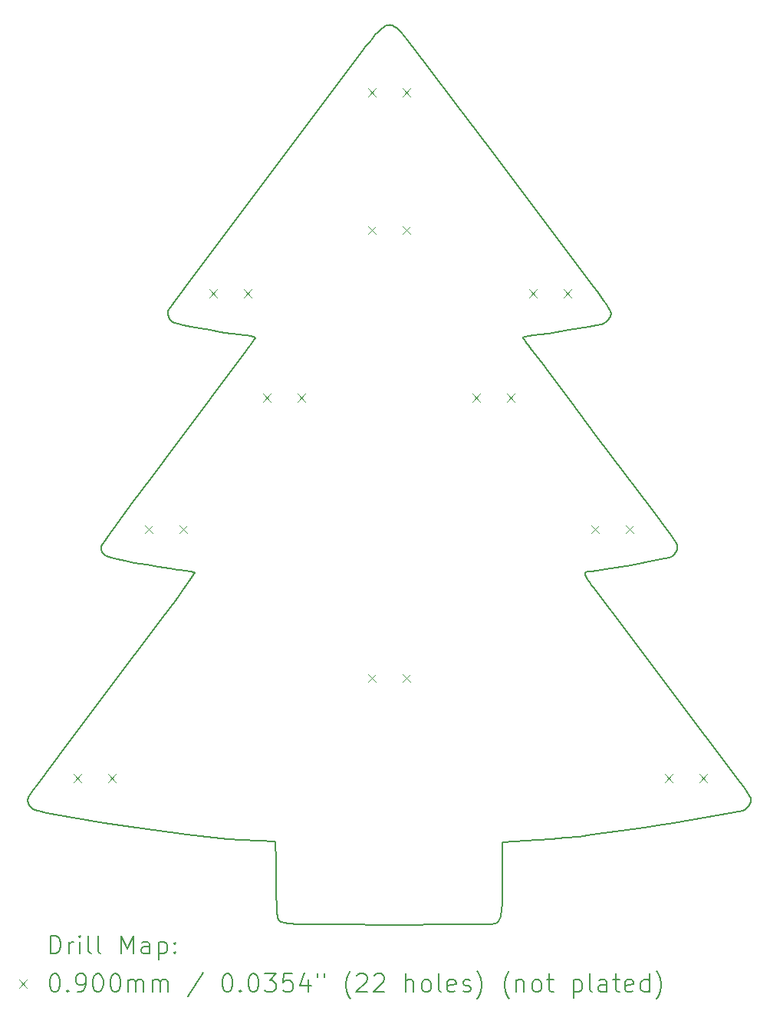
<source format=gbr>
%TF.GenerationSoftware,KiCad,Pcbnew,8.0.6*%
%TF.CreationDate,2024-11-27T01:20:37+01:00*%
%TF.ProjectId,christmas_soldering_kit_2024,63687269-7374-46d6-9173-5f736f6c6465,rev?*%
%TF.SameCoordinates,Original*%
%TF.FileFunction,Drillmap*%
%TF.FilePolarity,Positive*%
%FSLAX45Y45*%
G04 Gerber Fmt 4.5, Leading zero omitted, Abs format (unit mm)*
G04 Created by KiCad (PCBNEW 8.0.6) date 2024-11-27 01:20:37*
%MOMM*%
%LPD*%
G01*
G04 APERTURE LIST*
%ADD10C,0.180323*%
%ADD11C,0.200000*%
%ADD12C,0.100000*%
G04 APERTURE END LIST*
D10*
X15061775Y-4284526D02*
X15070828Y-4286032D01*
X15079896Y-4288479D01*
X15089024Y-4291838D01*
X15098257Y-4296082D01*
X15107641Y-4301182D01*
X15127044Y-4313837D01*
X15147597Y-4329578D01*
X15158352Y-4340874D01*
X15178542Y-4364812D01*
X15245147Y-4447908D01*
X15468711Y-4736042D01*
X15785041Y-5150702D01*
X16160888Y-5648606D01*
X17307839Y-7172816D01*
X17349104Y-7228005D01*
X17386220Y-7279215D01*
X17418770Y-7325803D01*
X17446340Y-7367128D01*
X17468513Y-7402548D01*
X17484872Y-7431422D01*
X17490743Y-7443203D01*
X17495003Y-7453108D01*
X17497603Y-7461055D01*
X17498490Y-7466964D01*
X17498339Y-7471365D01*
X17497872Y-7475844D01*
X17497099Y-7480388D01*
X17496031Y-7484986D01*
X17494678Y-7489627D01*
X17493050Y-7494299D01*
X17491157Y-7498992D01*
X17489010Y-7503694D01*
X17483993Y-7513079D01*
X17478080Y-7522364D01*
X17471353Y-7531459D01*
X17463893Y-7540273D01*
X17455783Y-7548715D01*
X17447103Y-7556696D01*
X17437935Y-7564123D01*
X17428361Y-7570908D01*
X17418462Y-7576960D01*
X17413417Y-7579682D01*
X17408321Y-7582187D01*
X17403184Y-7584463D01*
X17398018Y-7586500D01*
X17392831Y-7588285D01*
X17387635Y-7589807D01*
X17339640Y-7600115D01*
X17257641Y-7615233D01*
X17034326Y-7652961D01*
X16803073Y-7689113D01*
X16711152Y-7702262D01*
X16649265Y-7709813D01*
X16624892Y-7712409D01*
X16602155Y-7715309D01*
X16581549Y-7718413D01*
X16563575Y-7721626D01*
X16548728Y-7724850D01*
X16537507Y-7727986D01*
X16533412Y-7729491D01*
X16530410Y-7730938D01*
X16528563Y-7732314D01*
X16528092Y-7732972D01*
X16527933Y-7733608D01*
X16528057Y-7734390D01*
X16528423Y-7735483D01*
X16529862Y-7738568D01*
X16532201Y-7742791D01*
X16535391Y-7748084D01*
X16544131Y-7761600D01*
X16555696Y-7778555D01*
X16569697Y-7798394D01*
X16585748Y-7820557D01*
X16603460Y-7844488D01*
X16622445Y-7869627D01*
X16727808Y-8008807D01*
X16848411Y-8169419D01*
X17049143Y-8437037D01*
X17334284Y-8814274D01*
X17945590Y-9627581D01*
X18140782Y-9891589D01*
X18221782Y-10006044D01*
X18224090Y-10010853D01*
X18226028Y-10015815D01*
X18227600Y-10020913D01*
X18228816Y-10026132D01*
X18229682Y-10031458D01*
X18230205Y-10036875D01*
X18230394Y-10042369D01*
X18230254Y-10047923D01*
X18229794Y-10053523D01*
X18229021Y-10059154D01*
X18227941Y-10064800D01*
X18226563Y-10070447D01*
X18224894Y-10076079D01*
X18222940Y-10081681D01*
X18220710Y-10087238D01*
X18218211Y-10092735D01*
X18215449Y-10098157D01*
X18212432Y-10103488D01*
X18209168Y-10108713D01*
X18205663Y-10113817D01*
X18201926Y-10118785D01*
X18197963Y-10123603D01*
X18193782Y-10128254D01*
X18189389Y-10132723D01*
X18184793Y-10136996D01*
X18180000Y-10141057D01*
X18175019Y-10144892D01*
X18169855Y-10148484D01*
X18164517Y-10151819D01*
X18159011Y-10154882D01*
X18153346Y-10157657D01*
X18147528Y-10160130D01*
X18097267Y-10173013D01*
X17998913Y-10193321D01*
X17721184Y-10244966D01*
X17440859Y-10292564D01*
X17339259Y-10307815D01*
X17284454Y-10313617D01*
X17265723Y-10313984D01*
X17257350Y-10314408D01*
X17249648Y-10315030D01*
X17242622Y-10315880D01*
X17236281Y-10316987D01*
X17230629Y-10318382D01*
X17225673Y-10320092D01*
X17221420Y-10322148D01*
X17217876Y-10324579D01*
X17215047Y-10327414D01*
X17212941Y-10330683D01*
X17211562Y-10334414D01*
X17210919Y-10338638D01*
X17211017Y-10343383D01*
X17211862Y-10348679D01*
X17213462Y-10354555D01*
X17215822Y-10361041D01*
X17218949Y-10368166D01*
X17222849Y-10375959D01*
X17227529Y-10384450D01*
X17232995Y-10393668D01*
X17239254Y-10403642D01*
X17246311Y-10414402D01*
X17262850Y-10438396D01*
X17282661Y-10465884D01*
X17305797Y-10497103D01*
X17332308Y-10532285D01*
X17640721Y-10941471D01*
X18410006Y-11961396D01*
X18646700Y-12276106D01*
X18843247Y-12539990D01*
X18979173Y-12725381D01*
X19018006Y-12779995D01*
X19034005Y-12804609D01*
X19036009Y-12809606D01*
X19037666Y-12814692D01*
X19038980Y-12819856D01*
X19039958Y-12825087D01*
X19040605Y-12830374D01*
X19040927Y-12835706D01*
X19040930Y-12841073D01*
X19040621Y-12846462D01*
X19040004Y-12851864D01*
X19039085Y-12857267D01*
X19037871Y-12862660D01*
X19036367Y-12868033D01*
X19034579Y-12873374D01*
X19032514Y-12878672D01*
X19030176Y-12883916D01*
X19027571Y-12889096D01*
X19024706Y-12894200D01*
X19021587Y-12899218D01*
X19018218Y-12904138D01*
X19014606Y-12908949D01*
X19010758Y-12913640D01*
X19006678Y-12918202D01*
X19002372Y-12922621D01*
X18997847Y-12926888D01*
X18993108Y-12930991D01*
X18988161Y-12934920D01*
X18983012Y-12938664D01*
X18977666Y-12942211D01*
X18972130Y-12945550D01*
X18966410Y-12948671D01*
X18960511Y-12951563D01*
X18954439Y-12954214D01*
X18906843Y-12966775D01*
X18812510Y-12986260D01*
X18526660Y-13038504D01*
X18182955Y-13095952D01*
X18016303Y-13121941D01*
X17867461Y-13143608D01*
X17289471Y-13224326D01*
X17141639Y-13242402D01*
X16991664Y-13258414D01*
X16839141Y-13271751D01*
X16683666Y-13281803D01*
X16300248Y-13301828D01*
X16300248Y-13701130D01*
X16299628Y-13841337D01*
X16297335Y-13952065D01*
X16295358Y-13997536D01*
X16292719Y-14037031D01*
X16289336Y-14071016D01*
X16285129Y-14099956D01*
X16280015Y-14124314D01*
X16273914Y-14144556D01*
X16266744Y-14161147D01*
X16258424Y-14174552D01*
X16248873Y-14185235D01*
X16238010Y-14193662D01*
X16225752Y-14200297D01*
X16212019Y-14205606D01*
X16175807Y-14207695D01*
X16087151Y-14209645D01*
X15794615Y-14212954D01*
X15043366Y-14216011D01*
X14526581Y-14215285D01*
X14165059Y-14211410D01*
X14038246Y-14207495D01*
X13945118Y-14201836D01*
X13883965Y-14194116D01*
X13864845Y-14189384D01*
X13853077Y-14184016D01*
X13853081Y-14184016D01*
X13845034Y-14178282D01*
X13841388Y-14175475D01*
X13837980Y-14172599D01*
X13834802Y-14169569D01*
X13831844Y-14166302D01*
X13830444Y-14164555D01*
X13829096Y-14162717D01*
X13827799Y-14160778D01*
X13826550Y-14158728D01*
X13825349Y-14156558D01*
X13824196Y-14154255D01*
X13823087Y-14151810D01*
X13822024Y-14149213D01*
X13821003Y-14146453D01*
X13820025Y-14143519D01*
X13818190Y-14137091D01*
X13816510Y-14129846D01*
X13814975Y-14121699D01*
X13813575Y-14112570D01*
X13812302Y-14102373D01*
X13811146Y-14091027D01*
X13810098Y-14078447D01*
X13809148Y-14064553D01*
X13808287Y-14049259D01*
X13807505Y-14032483D01*
X13806794Y-14014143D01*
X13806143Y-13994154D01*
X13805544Y-13972435D01*
X13804463Y-13923471D01*
X13803476Y-13866587D01*
X13801482Y-13726400D01*
X13798492Y-13505716D01*
X13795716Y-13300777D01*
X13422920Y-13279645D01*
X13263960Y-13268833D01*
X13110933Y-13255168D01*
X12962758Y-13239204D01*
X12818351Y-13221498D01*
X12256749Y-13144355D01*
X11907390Y-13093471D01*
X11553080Y-13035057D01*
X11270158Y-12982415D01*
X11179323Y-12962417D01*
X11134961Y-12948850D01*
X11128803Y-12945353D01*
X11122888Y-12941724D01*
X11117219Y-12937967D01*
X11111797Y-12934087D01*
X11106626Y-12930092D01*
X11101707Y-12925985D01*
X11097044Y-12921773D01*
X11092637Y-12917461D01*
X11088491Y-12913055D01*
X11084607Y-12908561D01*
X11080988Y-12903983D01*
X11077636Y-12899328D01*
X11074553Y-12894601D01*
X11071742Y-12889807D01*
X11069205Y-12884953D01*
X11066945Y-12880043D01*
X11064964Y-12875084D01*
X11063264Y-12870081D01*
X11061848Y-12865039D01*
X11060718Y-12859964D01*
X11059877Y-12854862D01*
X11059327Y-12849738D01*
X11059070Y-12844598D01*
X11059109Y-12839447D01*
X11059446Y-12834291D01*
X11060083Y-12829136D01*
X11061024Y-12823986D01*
X11062270Y-12818848D01*
X11063824Y-12813728D01*
X11065687Y-12808630D01*
X11067864Y-12803560D01*
X11070355Y-12798524D01*
X11102048Y-12752295D01*
X11180205Y-12645148D01*
X11470473Y-12255358D01*
X11930294Y-11643662D01*
X12548800Y-10824569D01*
X12690231Y-10635277D01*
X12803949Y-10478697D01*
X12846795Y-10417758D01*
X12878367Y-10371098D01*
X12897219Y-10340751D01*
X12901421Y-10332330D01*
X12901900Y-10328750D01*
X12899569Y-10327576D01*
X12895527Y-10326215D01*
X12889869Y-10324684D01*
X12882693Y-10322999D01*
X12864172Y-10319233D01*
X12840738Y-10315048D01*
X12813163Y-10310577D01*
X12782222Y-10305949D01*
X12748687Y-10301296D01*
X12713332Y-10296751D01*
X12621790Y-10283971D01*
X12501600Y-10265120D01*
X12368369Y-10242736D01*
X12237701Y-10219359D01*
X12130271Y-10198698D01*
X12045487Y-10180302D01*
X12010785Y-10171591D01*
X11980783Y-10163011D01*
X11955160Y-10154418D01*
X11933595Y-10145665D01*
X11915768Y-10136610D01*
X11901358Y-10127106D01*
X11890044Y-10117008D01*
X11881507Y-10106173D01*
X11875425Y-10094454D01*
X11871477Y-10081706D01*
X11869344Y-10067786D01*
X11868704Y-10052548D01*
X11869846Y-10047978D01*
X11873325Y-10040437D01*
X11887610Y-10016018D01*
X11912187Y-9978438D01*
X11947687Y-9926844D01*
X12053976Y-9778199D01*
X12211514Y-9563258D01*
X12425342Y-9275194D01*
X12700499Y-8907184D01*
X13454956Y-7904017D01*
X13496596Y-7848097D01*
X13532091Y-7799165D01*
X13557679Y-7762494D01*
X13565583Y-7750404D01*
X13569599Y-7743356D01*
X13570061Y-7741972D01*
X13570208Y-7740605D01*
X13570034Y-7739252D01*
X13569536Y-7737914D01*
X13568710Y-7736589D01*
X13567553Y-7735275D01*
X13566059Y-7733973D01*
X13564226Y-7732680D01*
X13562050Y-7731397D01*
X13559526Y-7730122D01*
X13556650Y-7728853D01*
X13553419Y-7727591D01*
X13549829Y-7726333D01*
X13545875Y-7725080D01*
X13541555Y-7723829D01*
X13536863Y-7722581D01*
X13526350Y-7720085D01*
X13514306Y-7717586D01*
X13500699Y-7715074D01*
X13485498Y-7712542D01*
X13468670Y-7709981D01*
X13450186Y-7707384D01*
X13430013Y-7704743D01*
X13408120Y-7702049D01*
X13300276Y-7688141D01*
X13186633Y-7671727D01*
X13072506Y-7653745D01*
X12963208Y-7635139D01*
X12864057Y-7616847D01*
X12780366Y-7599812D01*
X12717451Y-7584973D01*
X12680628Y-7573272D01*
X12675519Y-7570858D01*
X12670559Y-7568244D01*
X12665753Y-7565440D01*
X12661104Y-7562452D01*
X12656616Y-7559289D01*
X12652293Y-7555958D01*
X12648140Y-7552468D01*
X12644159Y-7548825D01*
X12640357Y-7545039D01*
X12636735Y-7541117D01*
X12633299Y-7537066D01*
X12630052Y-7532896D01*
X12626998Y-7528613D01*
X12624142Y-7524225D01*
X12621487Y-7519741D01*
X12619038Y-7515168D01*
X12616797Y-7510514D01*
X12614770Y-7505787D01*
X12612961Y-7500995D01*
X12611372Y-7496146D01*
X12610009Y-7491247D01*
X12608876Y-7486307D01*
X12607975Y-7481333D01*
X12607313Y-7476333D01*
X12606891Y-7471316D01*
X12606715Y-7466288D01*
X12606788Y-7461259D01*
X12607115Y-7456235D01*
X12607699Y-7451225D01*
X12608544Y-7446236D01*
X12609655Y-7441277D01*
X12611035Y-7436355D01*
X12842786Y-7118921D01*
X13402061Y-6369068D01*
X14753014Y-4574420D01*
X14794513Y-4520175D01*
X14832070Y-4472176D01*
X14866048Y-4430196D01*
X14896812Y-4394011D01*
X14924724Y-4363393D01*
X14950149Y-4338119D01*
X14973450Y-4317962D01*
X14984418Y-4309731D01*
X14994991Y-4302696D01*
X15005215Y-4296826D01*
X15015136Y-4292095D01*
X15024798Y-4288474D01*
X15034248Y-4285935D01*
X15043530Y-4284450D01*
X15052691Y-4283989D01*
X15061775Y-4284526D01*
D11*
D12*
X11562800Y-12552900D02*
X11652800Y-12642900D01*
X11652800Y-12552900D02*
X11562800Y-12642900D01*
X11943800Y-12552900D02*
X12033800Y-12642900D01*
X12033800Y-12552900D02*
X11943800Y-12642900D01*
X12350200Y-9805000D02*
X12440200Y-9895000D01*
X12440200Y-9805000D02*
X12350200Y-9895000D01*
X12731200Y-9805000D02*
X12821200Y-9895000D01*
X12821200Y-9805000D02*
X12731200Y-9895000D01*
X13061400Y-7205000D02*
X13151400Y-7295000D01*
X13151400Y-7205000D02*
X13061400Y-7295000D01*
X13442400Y-7205000D02*
X13532400Y-7295000D01*
X13532400Y-7205000D02*
X13442400Y-7295000D01*
X13653000Y-8355000D02*
X13743000Y-8445000D01*
X13743000Y-8355000D02*
X13653000Y-8445000D01*
X14034000Y-8355000D02*
X14124000Y-8445000D01*
X14124000Y-8355000D02*
X14034000Y-8445000D01*
X14814000Y-4984200D02*
X14904000Y-5074200D01*
X14904000Y-4984200D02*
X14814000Y-5074200D01*
X14814000Y-11448500D02*
X14904000Y-11538500D01*
X14904000Y-11448500D02*
X14814000Y-11538500D01*
X14815000Y-6505000D02*
X14905000Y-6595000D01*
X14905000Y-6505000D02*
X14815000Y-6595000D01*
X15195000Y-4984200D02*
X15285000Y-5074200D01*
X15285000Y-4984200D02*
X15195000Y-5074200D01*
X15195000Y-11448500D02*
X15285000Y-11538500D01*
X15285000Y-11448500D02*
X15195000Y-11538500D01*
X15196000Y-6505000D02*
X15286000Y-6595000D01*
X15286000Y-6505000D02*
X15196000Y-6595000D01*
X15965000Y-8355000D02*
X16055000Y-8445000D01*
X16055000Y-8355000D02*
X15965000Y-8445000D01*
X16346000Y-8355000D02*
X16436000Y-8445000D01*
X16436000Y-8355000D02*
X16346000Y-8445000D01*
X16592000Y-7205000D02*
X16682000Y-7295000D01*
X16682000Y-7205000D02*
X16592000Y-7295000D01*
X16973000Y-7205000D02*
X17063000Y-7295000D01*
X17063000Y-7205000D02*
X16973000Y-7295000D01*
X17277800Y-9805000D02*
X17367800Y-9895000D01*
X17367800Y-9805000D02*
X17277800Y-9895000D01*
X17658800Y-9805000D02*
X17748800Y-9895000D01*
X17748800Y-9805000D02*
X17658800Y-9895000D01*
X18090600Y-12552900D02*
X18180600Y-12642900D01*
X18180600Y-12552900D02*
X18090600Y-12642900D01*
X18471600Y-12552900D02*
X18561600Y-12642900D01*
X18561600Y-12552900D02*
X18471600Y-12642900D01*
D11*
X11310830Y-14536511D02*
X11310830Y-14336511D01*
X11310830Y-14336511D02*
X11358449Y-14336511D01*
X11358449Y-14336511D02*
X11387021Y-14346034D01*
X11387021Y-14346034D02*
X11406068Y-14365082D01*
X11406068Y-14365082D02*
X11415592Y-14384130D01*
X11415592Y-14384130D02*
X11425116Y-14422225D01*
X11425116Y-14422225D02*
X11425116Y-14450796D01*
X11425116Y-14450796D02*
X11415592Y-14488891D01*
X11415592Y-14488891D02*
X11406068Y-14507939D01*
X11406068Y-14507939D02*
X11387021Y-14526987D01*
X11387021Y-14526987D02*
X11358449Y-14536511D01*
X11358449Y-14536511D02*
X11310830Y-14536511D01*
X11510830Y-14536511D02*
X11510830Y-14403177D01*
X11510830Y-14441272D02*
X11520354Y-14422225D01*
X11520354Y-14422225D02*
X11529878Y-14412701D01*
X11529878Y-14412701D02*
X11548926Y-14403177D01*
X11548926Y-14403177D02*
X11567973Y-14403177D01*
X11634640Y-14536511D02*
X11634640Y-14403177D01*
X11634640Y-14336511D02*
X11625116Y-14346034D01*
X11625116Y-14346034D02*
X11634640Y-14355558D01*
X11634640Y-14355558D02*
X11644164Y-14346034D01*
X11644164Y-14346034D02*
X11634640Y-14336511D01*
X11634640Y-14336511D02*
X11634640Y-14355558D01*
X11758449Y-14536511D02*
X11739402Y-14526987D01*
X11739402Y-14526987D02*
X11729878Y-14507939D01*
X11729878Y-14507939D02*
X11729878Y-14336511D01*
X11863211Y-14536511D02*
X11844164Y-14526987D01*
X11844164Y-14526987D02*
X11834640Y-14507939D01*
X11834640Y-14507939D02*
X11834640Y-14336511D01*
X12091783Y-14536511D02*
X12091783Y-14336511D01*
X12091783Y-14336511D02*
X12158449Y-14479368D01*
X12158449Y-14479368D02*
X12225116Y-14336511D01*
X12225116Y-14336511D02*
X12225116Y-14536511D01*
X12406068Y-14536511D02*
X12406068Y-14431749D01*
X12406068Y-14431749D02*
X12396545Y-14412701D01*
X12396545Y-14412701D02*
X12377497Y-14403177D01*
X12377497Y-14403177D02*
X12339402Y-14403177D01*
X12339402Y-14403177D02*
X12320354Y-14412701D01*
X12406068Y-14526987D02*
X12387021Y-14536511D01*
X12387021Y-14536511D02*
X12339402Y-14536511D01*
X12339402Y-14536511D02*
X12320354Y-14526987D01*
X12320354Y-14526987D02*
X12310830Y-14507939D01*
X12310830Y-14507939D02*
X12310830Y-14488891D01*
X12310830Y-14488891D02*
X12320354Y-14469844D01*
X12320354Y-14469844D02*
X12339402Y-14460320D01*
X12339402Y-14460320D02*
X12387021Y-14460320D01*
X12387021Y-14460320D02*
X12406068Y-14450796D01*
X12501307Y-14403177D02*
X12501307Y-14603177D01*
X12501307Y-14412701D02*
X12520354Y-14403177D01*
X12520354Y-14403177D02*
X12558449Y-14403177D01*
X12558449Y-14403177D02*
X12577497Y-14412701D01*
X12577497Y-14412701D02*
X12587021Y-14422225D01*
X12587021Y-14422225D02*
X12596545Y-14441272D01*
X12596545Y-14441272D02*
X12596545Y-14498415D01*
X12596545Y-14498415D02*
X12587021Y-14517463D01*
X12587021Y-14517463D02*
X12577497Y-14526987D01*
X12577497Y-14526987D02*
X12558449Y-14536511D01*
X12558449Y-14536511D02*
X12520354Y-14536511D01*
X12520354Y-14536511D02*
X12501307Y-14526987D01*
X12682259Y-14517463D02*
X12691783Y-14526987D01*
X12691783Y-14526987D02*
X12682259Y-14536511D01*
X12682259Y-14536511D02*
X12672735Y-14526987D01*
X12672735Y-14526987D02*
X12682259Y-14517463D01*
X12682259Y-14517463D02*
X12682259Y-14536511D01*
X12682259Y-14412701D02*
X12691783Y-14422225D01*
X12691783Y-14422225D02*
X12682259Y-14431749D01*
X12682259Y-14431749D02*
X12672735Y-14422225D01*
X12672735Y-14422225D02*
X12682259Y-14412701D01*
X12682259Y-14412701D02*
X12682259Y-14431749D01*
D12*
X10960054Y-14820027D02*
X11050054Y-14910027D01*
X11050054Y-14820027D02*
X10960054Y-14910027D01*
D11*
X11348926Y-14756511D02*
X11367973Y-14756511D01*
X11367973Y-14756511D02*
X11387021Y-14766034D01*
X11387021Y-14766034D02*
X11396545Y-14775558D01*
X11396545Y-14775558D02*
X11406068Y-14794606D01*
X11406068Y-14794606D02*
X11415592Y-14832701D01*
X11415592Y-14832701D02*
X11415592Y-14880320D01*
X11415592Y-14880320D02*
X11406068Y-14918415D01*
X11406068Y-14918415D02*
X11396545Y-14937463D01*
X11396545Y-14937463D02*
X11387021Y-14946987D01*
X11387021Y-14946987D02*
X11367973Y-14956511D01*
X11367973Y-14956511D02*
X11348926Y-14956511D01*
X11348926Y-14956511D02*
X11329878Y-14946987D01*
X11329878Y-14946987D02*
X11320354Y-14937463D01*
X11320354Y-14937463D02*
X11310830Y-14918415D01*
X11310830Y-14918415D02*
X11301307Y-14880320D01*
X11301307Y-14880320D02*
X11301307Y-14832701D01*
X11301307Y-14832701D02*
X11310830Y-14794606D01*
X11310830Y-14794606D02*
X11320354Y-14775558D01*
X11320354Y-14775558D02*
X11329878Y-14766034D01*
X11329878Y-14766034D02*
X11348926Y-14756511D01*
X11501307Y-14937463D02*
X11510830Y-14946987D01*
X11510830Y-14946987D02*
X11501307Y-14956511D01*
X11501307Y-14956511D02*
X11491783Y-14946987D01*
X11491783Y-14946987D02*
X11501307Y-14937463D01*
X11501307Y-14937463D02*
X11501307Y-14956511D01*
X11606068Y-14956511D02*
X11644164Y-14956511D01*
X11644164Y-14956511D02*
X11663211Y-14946987D01*
X11663211Y-14946987D02*
X11672735Y-14937463D01*
X11672735Y-14937463D02*
X11691783Y-14908891D01*
X11691783Y-14908891D02*
X11701307Y-14870796D01*
X11701307Y-14870796D02*
X11701307Y-14794606D01*
X11701307Y-14794606D02*
X11691783Y-14775558D01*
X11691783Y-14775558D02*
X11682259Y-14766034D01*
X11682259Y-14766034D02*
X11663211Y-14756511D01*
X11663211Y-14756511D02*
X11625116Y-14756511D01*
X11625116Y-14756511D02*
X11606068Y-14766034D01*
X11606068Y-14766034D02*
X11596545Y-14775558D01*
X11596545Y-14775558D02*
X11587021Y-14794606D01*
X11587021Y-14794606D02*
X11587021Y-14842225D01*
X11587021Y-14842225D02*
X11596545Y-14861272D01*
X11596545Y-14861272D02*
X11606068Y-14870796D01*
X11606068Y-14870796D02*
X11625116Y-14880320D01*
X11625116Y-14880320D02*
X11663211Y-14880320D01*
X11663211Y-14880320D02*
X11682259Y-14870796D01*
X11682259Y-14870796D02*
X11691783Y-14861272D01*
X11691783Y-14861272D02*
X11701307Y-14842225D01*
X11825116Y-14756511D02*
X11844164Y-14756511D01*
X11844164Y-14756511D02*
X11863211Y-14766034D01*
X11863211Y-14766034D02*
X11872735Y-14775558D01*
X11872735Y-14775558D02*
X11882259Y-14794606D01*
X11882259Y-14794606D02*
X11891783Y-14832701D01*
X11891783Y-14832701D02*
X11891783Y-14880320D01*
X11891783Y-14880320D02*
X11882259Y-14918415D01*
X11882259Y-14918415D02*
X11872735Y-14937463D01*
X11872735Y-14937463D02*
X11863211Y-14946987D01*
X11863211Y-14946987D02*
X11844164Y-14956511D01*
X11844164Y-14956511D02*
X11825116Y-14956511D01*
X11825116Y-14956511D02*
X11806068Y-14946987D01*
X11806068Y-14946987D02*
X11796545Y-14937463D01*
X11796545Y-14937463D02*
X11787021Y-14918415D01*
X11787021Y-14918415D02*
X11777497Y-14880320D01*
X11777497Y-14880320D02*
X11777497Y-14832701D01*
X11777497Y-14832701D02*
X11787021Y-14794606D01*
X11787021Y-14794606D02*
X11796545Y-14775558D01*
X11796545Y-14775558D02*
X11806068Y-14766034D01*
X11806068Y-14766034D02*
X11825116Y-14756511D01*
X12015592Y-14756511D02*
X12034640Y-14756511D01*
X12034640Y-14756511D02*
X12053688Y-14766034D01*
X12053688Y-14766034D02*
X12063211Y-14775558D01*
X12063211Y-14775558D02*
X12072735Y-14794606D01*
X12072735Y-14794606D02*
X12082259Y-14832701D01*
X12082259Y-14832701D02*
X12082259Y-14880320D01*
X12082259Y-14880320D02*
X12072735Y-14918415D01*
X12072735Y-14918415D02*
X12063211Y-14937463D01*
X12063211Y-14937463D02*
X12053688Y-14946987D01*
X12053688Y-14946987D02*
X12034640Y-14956511D01*
X12034640Y-14956511D02*
X12015592Y-14956511D01*
X12015592Y-14956511D02*
X11996545Y-14946987D01*
X11996545Y-14946987D02*
X11987021Y-14937463D01*
X11987021Y-14937463D02*
X11977497Y-14918415D01*
X11977497Y-14918415D02*
X11967973Y-14880320D01*
X11967973Y-14880320D02*
X11967973Y-14832701D01*
X11967973Y-14832701D02*
X11977497Y-14794606D01*
X11977497Y-14794606D02*
X11987021Y-14775558D01*
X11987021Y-14775558D02*
X11996545Y-14766034D01*
X11996545Y-14766034D02*
X12015592Y-14756511D01*
X12167973Y-14956511D02*
X12167973Y-14823177D01*
X12167973Y-14842225D02*
X12177497Y-14832701D01*
X12177497Y-14832701D02*
X12196545Y-14823177D01*
X12196545Y-14823177D02*
X12225116Y-14823177D01*
X12225116Y-14823177D02*
X12244164Y-14832701D01*
X12244164Y-14832701D02*
X12253688Y-14851749D01*
X12253688Y-14851749D02*
X12253688Y-14956511D01*
X12253688Y-14851749D02*
X12263211Y-14832701D01*
X12263211Y-14832701D02*
X12282259Y-14823177D01*
X12282259Y-14823177D02*
X12310830Y-14823177D01*
X12310830Y-14823177D02*
X12329878Y-14832701D01*
X12329878Y-14832701D02*
X12339402Y-14851749D01*
X12339402Y-14851749D02*
X12339402Y-14956511D01*
X12434640Y-14956511D02*
X12434640Y-14823177D01*
X12434640Y-14842225D02*
X12444164Y-14832701D01*
X12444164Y-14832701D02*
X12463211Y-14823177D01*
X12463211Y-14823177D02*
X12491783Y-14823177D01*
X12491783Y-14823177D02*
X12510830Y-14832701D01*
X12510830Y-14832701D02*
X12520354Y-14851749D01*
X12520354Y-14851749D02*
X12520354Y-14956511D01*
X12520354Y-14851749D02*
X12529878Y-14832701D01*
X12529878Y-14832701D02*
X12548926Y-14823177D01*
X12548926Y-14823177D02*
X12577497Y-14823177D01*
X12577497Y-14823177D02*
X12596545Y-14832701D01*
X12596545Y-14832701D02*
X12606069Y-14851749D01*
X12606069Y-14851749D02*
X12606069Y-14956511D01*
X12996545Y-14746987D02*
X12825116Y-15004130D01*
X13253688Y-14756511D02*
X13272735Y-14756511D01*
X13272735Y-14756511D02*
X13291783Y-14766034D01*
X13291783Y-14766034D02*
X13301307Y-14775558D01*
X13301307Y-14775558D02*
X13310831Y-14794606D01*
X13310831Y-14794606D02*
X13320354Y-14832701D01*
X13320354Y-14832701D02*
X13320354Y-14880320D01*
X13320354Y-14880320D02*
X13310831Y-14918415D01*
X13310831Y-14918415D02*
X13301307Y-14937463D01*
X13301307Y-14937463D02*
X13291783Y-14946987D01*
X13291783Y-14946987D02*
X13272735Y-14956511D01*
X13272735Y-14956511D02*
X13253688Y-14956511D01*
X13253688Y-14956511D02*
X13234640Y-14946987D01*
X13234640Y-14946987D02*
X13225116Y-14937463D01*
X13225116Y-14937463D02*
X13215592Y-14918415D01*
X13215592Y-14918415D02*
X13206069Y-14880320D01*
X13206069Y-14880320D02*
X13206069Y-14832701D01*
X13206069Y-14832701D02*
X13215592Y-14794606D01*
X13215592Y-14794606D02*
X13225116Y-14775558D01*
X13225116Y-14775558D02*
X13234640Y-14766034D01*
X13234640Y-14766034D02*
X13253688Y-14756511D01*
X13406069Y-14937463D02*
X13415592Y-14946987D01*
X13415592Y-14946987D02*
X13406069Y-14956511D01*
X13406069Y-14956511D02*
X13396545Y-14946987D01*
X13396545Y-14946987D02*
X13406069Y-14937463D01*
X13406069Y-14937463D02*
X13406069Y-14956511D01*
X13539402Y-14756511D02*
X13558450Y-14756511D01*
X13558450Y-14756511D02*
X13577497Y-14766034D01*
X13577497Y-14766034D02*
X13587021Y-14775558D01*
X13587021Y-14775558D02*
X13596545Y-14794606D01*
X13596545Y-14794606D02*
X13606069Y-14832701D01*
X13606069Y-14832701D02*
X13606069Y-14880320D01*
X13606069Y-14880320D02*
X13596545Y-14918415D01*
X13596545Y-14918415D02*
X13587021Y-14937463D01*
X13587021Y-14937463D02*
X13577497Y-14946987D01*
X13577497Y-14946987D02*
X13558450Y-14956511D01*
X13558450Y-14956511D02*
X13539402Y-14956511D01*
X13539402Y-14956511D02*
X13520354Y-14946987D01*
X13520354Y-14946987D02*
X13510831Y-14937463D01*
X13510831Y-14937463D02*
X13501307Y-14918415D01*
X13501307Y-14918415D02*
X13491783Y-14880320D01*
X13491783Y-14880320D02*
X13491783Y-14832701D01*
X13491783Y-14832701D02*
X13501307Y-14794606D01*
X13501307Y-14794606D02*
X13510831Y-14775558D01*
X13510831Y-14775558D02*
X13520354Y-14766034D01*
X13520354Y-14766034D02*
X13539402Y-14756511D01*
X13672735Y-14756511D02*
X13796545Y-14756511D01*
X13796545Y-14756511D02*
X13729878Y-14832701D01*
X13729878Y-14832701D02*
X13758450Y-14832701D01*
X13758450Y-14832701D02*
X13777497Y-14842225D01*
X13777497Y-14842225D02*
X13787021Y-14851749D01*
X13787021Y-14851749D02*
X13796545Y-14870796D01*
X13796545Y-14870796D02*
X13796545Y-14918415D01*
X13796545Y-14918415D02*
X13787021Y-14937463D01*
X13787021Y-14937463D02*
X13777497Y-14946987D01*
X13777497Y-14946987D02*
X13758450Y-14956511D01*
X13758450Y-14956511D02*
X13701307Y-14956511D01*
X13701307Y-14956511D02*
X13682259Y-14946987D01*
X13682259Y-14946987D02*
X13672735Y-14937463D01*
X13977497Y-14756511D02*
X13882259Y-14756511D01*
X13882259Y-14756511D02*
X13872735Y-14851749D01*
X13872735Y-14851749D02*
X13882259Y-14842225D01*
X13882259Y-14842225D02*
X13901307Y-14832701D01*
X13901307Y-14832701D02*
X13948926Y-14832701D01*
X13948926Y-14832701D02*
X13967973Y-14842225D01*
X13967973Y-14842225D02*
X13977497Y-14851749D01*
X13977497Y-14851749D02*
X13987021Y-14870796D01*
X13987021Y-14870796D02*
X13987021Y-14918415D01*
X13987021Y-14918415D02*
X13977497Y-14937463D01*
X13977497Y-14937463D02*
X13967973Y-14946987D01*
X13967973Y-14946987D02*
X13948926Y-14956511D01*
X13948926Y-14956511D02*
X13901307Y-14956511D01*
X13901307Y-14956511D02*
X13882259Y-14946987D01*
X13882259Y-14946987D02*
X13872735Y-14937463D01*
X14158450Y-14823177D02*
X14158450Y-14956511D01*
X14110831Y-14746987D02*
X14063212Y-14889844D01*
X14063212Y-14889844D02*
X14187021Y-14889844D01*
X14253688Y-14756511D02*
X14253688Y-14794606D01*
X14329878Y-14756511D02*
X14329878Y-14794606D01*
X14625116Y-15032701D02*
X14615593Y-15023177D01*
X14615593Y-15023177D02*
X14596545Y-14994606D01*
X14596545Y-14994606D02*
X14587021Y-14975558D01*
X14587021Y-14975558D02*
X14577497Y-14946987D01*
X14577497Y-14946987D02*
X14567974Y-14899368D01*
X14567974Y-14899368D02*
X14567974Y-14861272D01*
X14567974Y-14861272D02*
X14577497Y-14813653D01*
X14577497Y-14813653D02*
X14587021Y-14785082D01*
X14587021Y-14785082D02*
X14596545Y-14766034D01*
X14596545Y-14766034D02*
X14615593Y-14737463D01*
X14615593Y-14737463D02*
X14625116Y-14727939D01*
X14691783Y-14775558D02*
X14701307Y-14766034D01*
X14701307Y-14766034D02*
X14720354Y-14756511D01*
X14720354Y-14756511D02*
X14767974Y-14756511D01*
X14767974Y-14756511D02*
X14787021Y-14766034D01*
X14787021Y-14766034D02*
X14796545Y-14775558D01*
X14796545Y-14775558D02*
X14806069Y-14794606D01*
X14806069Y-14794606D02*
X14806069Y-14813653D01*
X14806069Y-14813653D02*
X14796545Y-14842225D01*
X14796545Y-14842225D02*
X14682259Y-14956511D01*
X14682259Y-14956511D02*
X14806069Y-14956511D01*
X14882259Y-14775558D02*
X14891783Y-14766034D01*
X14891783Y-14766034D02*
X14910831Y-14756511D01*
X14910831Y-14756511D02*
X14958450Y-14756511D01*
X14958450Y-14756511D02*
X14977497Y-14766034D01*
X14977497Y-14766034D02*
X14987021Y-14775558D01*
X14987021Y-14775558D02*
X14996545Y-14794606D01*
X14996545Y-14794606D02*
X14996545Y-14813653D01*
X14996545Y-14813653D02*
X14987021Y-14842225D01*
X14987021Y-14842225D02*
X14872735Y-14956511D01*
X14872735Y-14956511D02*
X14996545Y-14956511D01*
X15234640Y-14956511D02*
X15234640Y-14756511D01*
X15320355Y-14956511D02*
X15320355Y-14851749D01*
X15320355Y-14851749D02*
X15310831Y-14832701D01*
X15310831Y-14832701D02*
X15291783Y-14823177D01*
X15291783Y-14823177D02*
X15263212Y-14823177D01*
X15263212Y-14823177D02*
X15244164Y-14832701D01*
X15244164Y-14832701D02*
X15234640Y-14842225D01*
X15444164Y-14956511D02*
X15425116Y-14946987D01*
X15425116Y-14946987D02*
X15415593Y-14937463D01*
X15415593Y-14937463D02*
X15406069Y-14918415D01*
X15406069Y-14918415D02*
X15406069Y-14861272D01*
X15406069Y-14861272D02*
X15415593Y-14842225D01*
X15415593Y-14842225D02*
X15425116Y-14832701D01*
X15425116Y-14832701D02*
X15444164Y-14823177D01*
X15444164Y-14823177D02*
X15472736Y-14823177D01*
X15472736Y-14823177D02*
X15491783Y-14832701D01*
X15491783Y-14832701D02*
X15501307Y-14842225D01*
X15501307Y-14842225D02*
X15510831Y-14861272D01*
X15510831Y-14861272D02*
X15510831Y-14918415D01*
X15510831Y-14918415D02*
X15501307Y-14937463D01*
X15501307Y-14937463D02*
X15491783Y-14946987D01*
X15491783Y-14946987D02*
X15472736Y-14956511D01*
X15472736Y-14956511D02*
X15444164Y-14956511D01*
X15625116Y-14956511D02*
X15606069Y-14946987D01*
X15606069Y-14946987D02*
X15596545Y-14927939D01*
X15596545Y-14927939D02*
X15596545Y-14756511D01*
X15777497Y-14946987D02*
X15758450Y-14956511D01*
X15758450Y-14956511D02*
X15720355Y-14956511D01*
X15720355Y-14956511D02*
X15701307Y-14946987D01*
X15701307Y-14946987D02*
X15691783Y-14927939D01*
X15691783Y-14927939D02*
X15691783Y-14851749D01*
X15691783Y-14851749D02*
X15701307Y-14832701D01*
X15701307Y-14832701D02*
X15720355Y-14823177D01*
X15720355Y-14823177D02*
X15758450Y-14823177D01*
X15758450Y-14823177D02*
X15777497Y-14832701D01*
X15777497Y-14832701D02*
X15787021Y-14851749D01*
X15787021Y-14851749D02*
X15787021Y-14870796D01*
X15787021Y-14870796D02*
X15691783Y-14889844D01*
X15863212Y-14946987D02*
X15882259Y-14956511D01*
X15882259Y-14956511D02*
X15920355Y-14956511D01*
X15920355Y-14956511D02*
X15939402Y-14946987D01*
X15939402Y-14946987D02*
X15948926Y-14927939D01*
X15948926Y-14927939D02*
X15948926Y-14918415D01*
X15948926Y-14918415D02*
X15939402Y-14899368D01*
X15939402Y-14899368D02*
X15920355Y-14889844D01*
X15920355Y-14889844D02*
X15891783Y-14889844D01*
X15891783Y-14889844D02*
X15872736Y-14880320D01*
X15872736Y-14880320D02*
X15863212Y-14861272D01*
X15863212Y-14861272D02*
X15863212Y-14851749D01*
X15863212Y-14851749D02*
X15872736Y-14832701D01*
X15872736Y-14832701D02*
X15891783Y-14823177D01*
X15891783Y-14823177D02*
X15920355Y-14823177D01*
X15920355Y-14823177D02*
X15939402Y-14832701D01*
X16015593Y-15032701D02*
X16025117Y-15023177D01*
X16025117Y-15023177D02*
X16044164Y-14994606D01*
X16044164Y-14994606D02*
X16053688Y-14975558D01*
X16053688Y-14975558D02*
X16063212Y-14946987D01*
X16063212Y-14946987D02*
X16072736Y-14899368D01*
X16072736Y-14899368D02*
X16072736Y-14861272D01*
X16072736Y-14861272D02*
X16063212Y-14813653D01*
X16063212Y-14813653D02*
X16053688Y-14785082D01*
X16053688Y-14785082D02*
X16044164Y-14766034D01*
X16044164Y-14766034D02*
X16025117Y-14737463D01*
X16025117Y-14737463D02*
X16015593Y-14727939D01*
X16377498Y-15032701D02*
X16367974Y-15023177D01*
X16367974Y-15023177D02*
X16348926Y-14994606D01*
X16348926Y-14994606D02*
X16339402Y-14975558D01*
X16339402Y-14975558D02*
X16329878Y-14946987D01*
X16329878Y-14946987D02*
X16320355Y-14899368D01*
X16320355Y-14899368D02*
X16320355Y-14861272D01*
X16320355Y-14861272D02*
X16329878Y-14813653D01*
X16329878Y-14813653D02*
X16339402Y-14785082D01*
X16339402Y-14785082D02*
X16348926Y-14766034D01*
X16348926Y-14766034D02*
X16367974Y-14737463D01*
X16367974Y-14737463D02*
X16377498Y-14727939D01*
X16453688Y-14823177D02*
X16453688Y-14956511D01*
X16453688Y-14842225D02*
X16463212Y-14832701D01*
X16463212Y-14832701D02*
X16482259Y-14823177D01*
X16482259Y-14823177D02*
X16510831Y-14823177D01*
X16510831Y-14823177D02*
X16529878Y-14832701D01*
X16529878Y-14832701D02*
X16539402Y-14851749D01*
X16539402Y-14851749D02*
X16539402Y-14956511D01*
X16663212Y-14956511D02*
X16644164Y-14946987D01*
X16644164Y-14946987D02*
X16634640Y-14937463D01*
X16634640Y-14937463D02*
X16625117Y-14918415D01*
X16625117Y-14918415D02*
X16625117Y-14861272D01*
X16625117Y-14861272D02*
X16634640Y-14842225D01*
X16634640Y-14842225D02*
X16644164Y-14832701D01*
X16644164Y-14832701D02*
X16663212Y-14823177D01*
X16663212Y-14823177D02*
X16691783Y-14823177D01*
X16691783Y-14823177D02*
X16710831Y-14832701D01*
X16710831Y-14832701D02*
X16720355Y-14842225D01*
X16720355Y-14842225D02*
X16729878Y-14861272D01*
X16729878Y-14861272D02*
X16729878Y-14918415D01*
X16729878Y-14918415D02*
X16720355Y-14937463D01*
X16720355Y-14937463D02*
X16710831Y-14946987D01*
X16710831Y-14946987D02*
X16691783Y-14956511D01*
X16691783Y-14956511D02*
X16663212Y-14956511D01*
X16787021Y-14823177D02*
X16863212Y-14823177D01*
X16815593Y-14756511D02*
X16815593Y-14927939D01*
X16815593Y-14927939D02*
X16825117Y-14946987D01*
X16825117Y-14946987D02*
X16844164Y-14956511D01*
X16844164Y-14956511D02*
X16863212Y-14956511D01*
X17082260Y-14823177D02*
X17082260Y-15023177D01*
X17082260Y-14832701D02*
X17101307Y-14823177D01*
X17101307Y-14823177D02*
X17139402Y-14823177D01*
X17139402Y-14823177D02*
X17158450Y-14832701D01*
X17158450Y-14832701D02*
X17167974Y-14842225D01*
X17167974Y-14842225D02*
X17177498Y-14861272D01*
X17177498Y-14861272D02*
X17177498Y-14918415D01*
X17177498Y-14918415D02*
X17167974Y-14937463D01*
X17167974Y-14937463D02*
X17158450Y-14946987D01*
X17158450Y-14946987D02*
X17139402Y-14956511D01*
X17139402Y-14956511D02*
X17101307Y-14956511D01*
X17101307Y-14956511D02*
X17082260Y-14946987D01*
X17291783Y-14956511D02*
X17272736Y-14946987D01*
X17272736Y-14946987D02*
X17263212Y-14927939D01*
X17263212Y-14927939D02*
X17263212Y-14756511D01*
X17453688Y-14956511D02*
X17453688Y-14851749D01*
X17453688Y-14851749D02*
X17444164Y-14832701D01*
X17444164Y-14832701D02*
X17425117Y-14823177D01*
X17425117Y-14823177D02*
X17387021Y-14823177D01*
X17387021Y-14823177D02*
X17367974Y-14832701D01*
X17453688Y-14946987D02*
X17434641Y-14956511D01*
X17434641Y-14956511D02*
X17387021Y-14956511D01*
X17387021Y-14956511D02*
X17367974Y-14946987D01*
X17367974Y-14946987D02*
X17358450Y-14927939D01*
X17358450Y-14927939D02*
X17358450Y-14908891D01*
X17358450Y-14908891D02*
X17367974Y-14889844D01*
X17367974Y-14889844D02*
X17387021Y-14880320D01*
X17387021Y-14880320D02*
X17434641Y-14880320D01*
X17434641Y-14880320D02*
X17453688Y-14870796D01*
X17520355Y-14823177D02*
X17596545Y-14823177D01*
X17548926Y-14756511D02*
X17548926Y-14927939D01*
X17548926Y-14927939D02*
X17558450Y-14946987D01*
X17558450Y-14946987D02*
X17577498Y-14956511D01*
X17577498Y-14956511D02*
X17596545Y-14956511D01*
X17739402Y-14946987D02*
X17720355Y-14956511D01*
X17720355Y-14956511D02*
X17682260Y-14956511D01*
X17682260Y-14956511D02*
X17663212Y-14946987D01*
X17663212Y-14946987D02*
X17653688Y-14927939D01*
X17653688Y-14927939D02*
X17653688Y-14851749D01*
X17653688Y-14851749D02*
X17663212Y-14832701D01*
X17663212Y-14832701D02*
X17682260Y-14823177D01*
X17682260Y-14823177D02*
X17720355Y-14823177D01*
X17720355Y-14823177D02*
X17739402Y-14832701D01*
X17739402Y-14832701D02*
X17748926Y-14851749D01*
X17748926Y-14851749D02*
X17748926Y-14870796D01*
X17748926Y-14870796D02*
X17653688Y-14889844D01*
X17920355Y-14956511D02*
X17920355Y-14756511D01*
X17920355Y-14946987D02*
X17901307Y-14956511D01*
X17901307Y-14956511D02*
X17863212Y-14956511D01*
X17863212Y-14956511D02*
X17844164Y-14946987D01*
X17844164Y-14946987D02*
X17834641Y-14937463D01*
X17834641Y-14937463D02*
X17825117Y-14918415D01*
X17825117Y-14918415D02*
X17825117Y-14861272D01*
X17825117Y-14861272D02*
X17834641Y-14842225D01*
X17834641Y-14842225D02*
X17844164Y-14832701D01*
X17844164Y-14832701D02*
X17863212Y-14823177D01*
X17863212Y-14823177D02*
X17901307Y-14823177D01*
X17901307Y-14823177D02*
X17920355Y-14832701D01*
X17996545Y-15032701D02*
X18006069Y-15023177D01*
X18006069Y-15023177D02*
X18025117Y-14994606D01*
X18025117Y-14994606D02*
X18034641Y-14975558D01*
X18034641Y-14975558D02*
X18044164Y-14946987D01*
X18044164Y-14946987D02*
X18053688Y-14899368D01*
X18053688Y-14899368D02*
X18053688Y-14861272D01*
X18053688Y-14861272D02*
X18044164Y-14813653D01*
X18044164Y-14813653D02*
X18034641Y-14785082D01*
X18034641Y-14785082D02*
X18025117Y-14766034D01*
X18025117Y-14766034D02*
X18006069Y-14737463D01*
X18006069Y-14737463D02*
X17996545Y-14727939D01*
M02*

</source>
